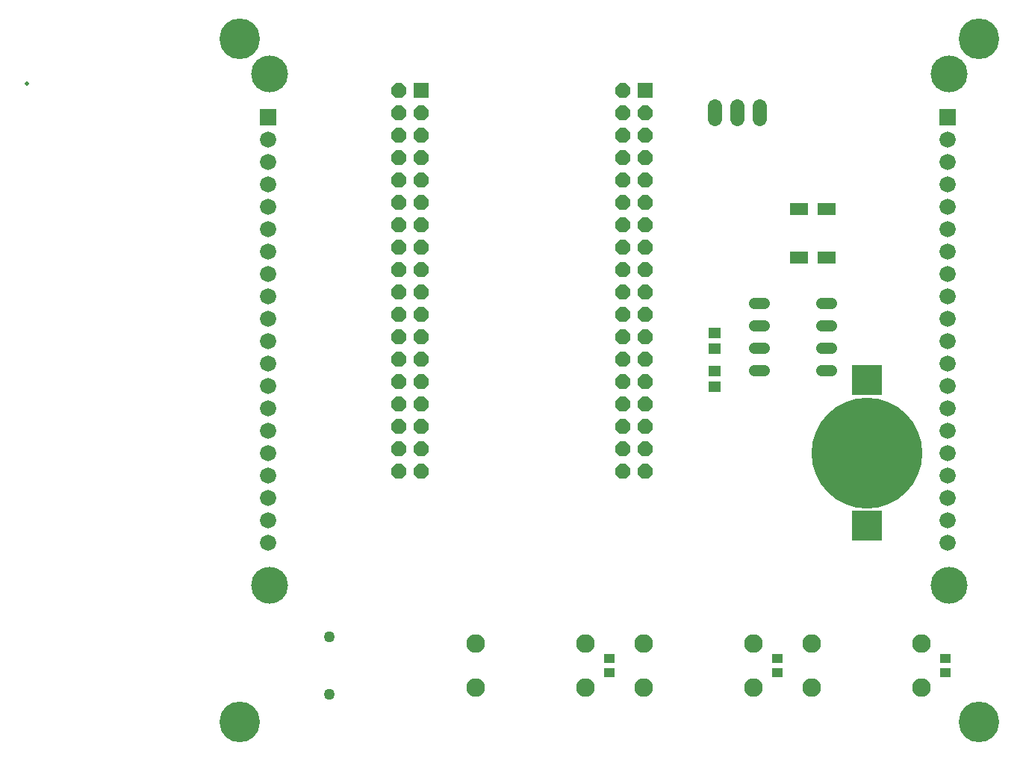
<source format=gbr>
G04 EAGLE Gerber RS-274X export*
G75*
%MOMM*%
%FSLAX34Y34*%
%LPD*%
%INSoldermask Bottom*%
%IPPOS*%
%AMOC8*
5,1,8,0,0,1.08239X$1,22.5*%
G01*
%ADD10C,0.502400*%
%ADD11C,1.272400*%
%ADD12C,1.574800*%
%ADD13R,1.422400X1.295400*%
%ADD14R,1.183641X1.102359*%
%ADD15C,2.112400*%
%ADD16R,1.676400X1.676400*%
%ADD17P,1.814519X8X292.500000*%
%ADD18R,1.828800X1.828800*%
%ADD19C,1.828800*%
%ADD20C,4.168400*%
%ADD21C,1.290319*%
%ADD22C,12.564231*%
%ADD23R,3.352400X3.352400*%
%ADD24C,6.502400*%
%ADD25R,2.052400X1.452400*%
%ADD26C,4.597400*%


D10*
X-215900Y749300D03*
D11*
X127000Y56400D03*
X127000Y121400D03*
D12*
X614680Y709168D02*
X614680Y723392D01*
X589280Y723392D02*
X589280Y709168D01*
X563880Y709168D02*
X563880Y723392D01*
D13*
X563880Y466090D03*
X563880Y448310D03*
X563880Y405130D03*
X563880Y422910D03*
D14*
X444500Y80899D03*
X444500Y96901D03*
X635000Y80899D03*
X635000Y96901D03*
X825500Y80899D03*
X825500Y96901D03*
D15*
X293100Y63900D03*
X293100Y113900D03*
X418100Y113900D03*
X418100Y63900D03*
X483600Y63900D03*
X483600Y113900D03*
X608600Y113900D03*
X608600Y63900D03*
X674100Y63900D03*
X674100Y113900D03*
X799100Y113900D03*
X799100Y63900D03*
D16*
X485400Y741000D03*
D17*
X460000Y741000D03*
X485400Y715600D03*
X460000Y715600D03*
X485400Y690200D03*
X460000Y690200D03*
X485400Y664800D03*
X460000Y664800D03*
X485400Y639400D03*
X460000Y639400D03*
X485400Y614000D03*
X460000Y614000D03*
X485400Y588600D03*
X460000Y588600D03*
X485400Y563200D03*
X460000Y563200D03*
X485400Y537800D03*
X460000Y537800D03*
X485400Y512400D03*
X460000Y512400D03*
X485400Y487000D03*
X460000Y487000D03*
X485400Y461600D03*
X460000Y461600D03*
X485400Y436200D03*
X460000Y436200D03*
X485400Y410800D03*
X460000Y410800D03*
X485400Y385400D03*
X460000Y385400D03*
X485400Y360000D03*
X460000Y360000D03*
X485400Y334600D03*
X460000Y334600D03*
X485400Y309200D03*
X460000Y309200D03*
D16*
X231400Y741000D03*
D17*
X206000Y741000D03*
X231400Y715600D03*
X206000Y715600D03*
X231400Y690200D03*
X206000Y690200D03*
X231400Y664800D03*
X206000Y664800D03*
X231400Y639400D03*
X206000Y639400D03*
X231400Y614000D03*
X206000Y614000D03*
X231400Y588600D03*
X206000Y588600D03*
X231400Y563200D03*
X206000Y563200D03*
X231400Y537800D03*
X206000Y537800D03*
X231400Y512400D03*
X206000Y512400D03*
X231400Y487000D03*
X206000Y487000D03*
X231400Y461600D03*
X206000Y461600D03*
X231400Y436200D03*
X206000Y436200D03*
X231400Y410800D03*
X206000Y410800D03*
X231400Y385400D03*
X206000Y385400D03*
X231400Y360000D03*
X206000Y360000D03*
X231400Y334600D03*
X206000Y334600D03*
X231400Y309200D03*
X206000Y309200D03*
D18*
X828040Y711200D03*
D19*
X828040Y685800D03*
X828040Y660400D03*
X828040Y635000D03*
X828040Y609600D03*
X828040Y584200D03*
X828040Y558800D03*
X828040Y533400D03*
X828040Y508000D03*
X828040Y482600D03*
X828040Y457200D03*
X828040Y431800D03*
X828040Y406400D03*
X828040Y381000D03*
X828040Y355600D03*
X828040Y330200D03*
X828040Y304800D03*
X828040Y279400D03*
X828040Y254000D03*
X828040Y228600D03*
D18*
X58040Y711200D03*
D19*
X58040Y685800D03*
X58040Y660400D03*
X58040Y635000D03*
X58040Y609600D03*
X58040Y584200D03*
X58040Y558800D03*
X58040Y533400D03*
X58040Y508000D03*
X58040Y482600D03*
X58040Y457200D03*
X58040Y431800D03*
X58040Y406400D03*
X58040Y381000D03*
X58040Y355600D03*
X58040Y330200D03*
X58040Y304800D03*
X58040Y279400D03*
X58040Y254000D03*
X58040Y228600D03*
D20*
X829740Y759900D03*
X829740Y179900D03*
X59740Y759900D03*
X59740Y179900D03*
D21*
X685190Y500380D02*
X696570Y500380D01*
X696570Y474980D02*
X685190Y474980D01*
X620370Y474980D02*
X608990Y474980D01*
X608990Y500380D02*
X620370Y500380D01*
X685190Y449580D02*
X696570Y449580D01*
X696570Y424180D02*
X685190Y424180D01*
X620370Y449580D02*
X608990Y449580D01*
X608990Y424180D02*
X620370Y424180D01*
D22*
X736600Y330200D03*
D23*
X736600Y412454D03*
X736600Y247946D03*
D24*
X736600Y330200D03*
D25*
X659640Y551620D03*
X659640Y606620D03*
X691640Y606620D03*
X691640Y551620D03*
D26*
X25400Y800100D03*
X863600Y800100D03*
X25400Y25400D03*
X863600Y25400D03*
M02*

</source>
